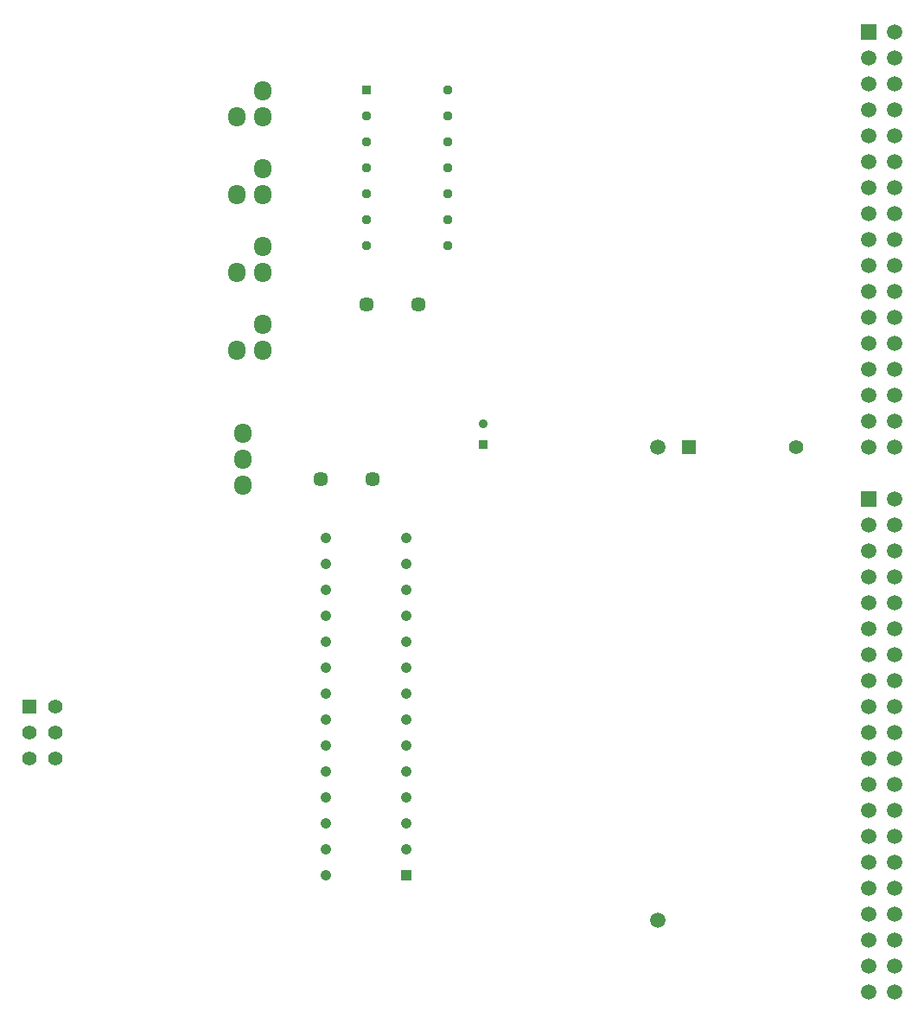
<source format=gbr>
G04 DipTrace 4.3.0.5*
G04 BottomPaste.gbr*
%MOMM*%
G04 #@! TF.FileFunction,Paste,Bot*
G04 #@! TF.Part,Single*
%ADD32C,1.5*%
%ADD50C,1.45*%
%ADD51C,1.05*%
%ADD53R,1.05X1.05*%
%ADD55C,0.94*%
%ADD57R,0.94X0.94*%
%ADD61O,1.705X1.959*%
%ADD63C,1.42*%
%ADD65R,1.42X1.42*%
%ADD67C,1.51*%
%ADD69R,1.51X1.51*%
%ADD71C,1.39*%
%ADD73R,1.39X1.39*%
%ADD74C,0.9*%
%ADD76R,0.9X0.9*%
%FSLAX35Y35*%
G04*
G71*
G90*
G75*
G01*
G04 BotPaste*
%LPD*%
D50*
X-5461000Y2032000D3*
X-4953000D3*
D76*
X-4317997Y662000D3*
D74*
X-4318003Y862000D3*
D50*
X-5397500Y317500D3*
X-5905500D3*
D73*
X-2302000Y635000D3*
D71*
X-1254000D3*
D69*
X-539750Y127000D3*
D67*
X-285750D3*
X-539750Y-127000D3*
X-285750D3*
X-539750Y-381000D3*
X-285750D3*
X-539750Y-635000D3*
X-285750D3*
X-539750Y-889000D3*
X-285750D3*
X-539750Y-1143000D3*
X-285750D3*
X-539750Y-1397000D3*
X-285750D3*
X-539750Y-1651000D3*
X-285750D3*
X-539750Y-1905000D3*
X-285750D3*
X-539750Y-2159000D3*
X-285750D3*
X-539750Y-2413000D3*
X-285750D3*
X-539750Y-2667000D3*
X-285750D3*
X-539750Y-2921000D3*
X-285750D3*
X-539750Y-3175000D3*
X-285750D3*
X-539750Y-3429000D3*
X-285750D3*
X-539750Y-3683000D3*
X-285750D3*
X-539750Y-3937000D3*
X-285750D3*
X-539750Y-4191000D3*
X-285750D3*
X-539750Y-4445000D3*
X-285750D3*
X-539750Y-4699000D3*
X-285750D3*
D69*
X-539750Y4699000D3*
D67*
X-285750D3*
X-539750Y4445000D3*
X-285750D3*
X-539750Y4191000D3*
X-285750D3*
X-539750Y3937000D3*
X-285750D3*
X-539750Y3683000D3*
X-285750D3*
X-539750Y3429000D3*
X-285750D3*
X-539750Y3175000D3*
X-285750D3*
X-539750Y2921000D3*
X-285750D3*
X-539750Y2667000D3*
X-285750D3*
X-539750Y2413000D3*
X-285750D3*
X-539750Y2159000D3*
X-285750D3*
X-539750Y1905000D3*
X-285750D3*
X-539750Y1651000D3*
X-285750D3*
X-539750Y1397000D3*
X-285750D3*
X-539750Y1143000D3*
X-285750D3*
X-539750Y889000D3*
X-285750D3*
X-539750Y635000D3*
X-285750D3*
D65*
X-8763000Y-1905000D3*
D63*
X-8509000D3*
X-8763000Y-2159000D3*
X-8509000D3*
X-8763000Y-2413000D3*
X-8509000D3*
D61*
X-6672173Y257303D3*
X-6672170Y765300D3*
X-6672173Y511303D3*
X-6472327Y4124197D3*
X-6726300Y3870200D3*
X-6472327Y3870197D3*
Y3362197D3*
X-6726300Y3108200D3*
X-6472327Y3108197D3*
Y2600197D3*
X-6726300Y2346200D3*
X-6472327Y2346197D3*
X-6472333Y1838196D3*
X-6726300Y1584193D3*
X-6472327Y1584196D3*
D32*
X-2603500Y635000D3*
Y-4000500D3*
D57*
X-5461123Y4127500D3*
D55*
Y3873500D3*
Y3619500D3*
Y3365500D3*
Y3111500D3*
Y2857500D3*
Y2603500D3*
X-4667123D3*
Y2857500D3*
Y3111500D3*
Y3365500D3*
Y3619500D3*
Y3873500D3*
Y4127500D3*
D53*
X-5067300Y-3556000D3*
D51*
Y-3302000D3*
Y-3048000D3*
Y-2794000D3*
Y-2540000D3*
Y-2286000D3*
Y-2032000D3*
Y-1778000D3*
Y-1524000D3*
Y-1270000D3*
Y-1016000D3*
Y-762000D3*
Y-508000D3*
Y-254000D3*
X-5854700D3*
Y-508000D3*
Y-762000D3*
Y-1016000D3*
Y-1270000D3*
Y-1524000D3*
Y-1778000D3*
Y-2032000D3*
Y-2286000D3*
Y-2540000D3*
Y-2794000D3*
Y-3048000D3*
Y-3302000D3*
Y-3556000D3*
M02*

</source>
